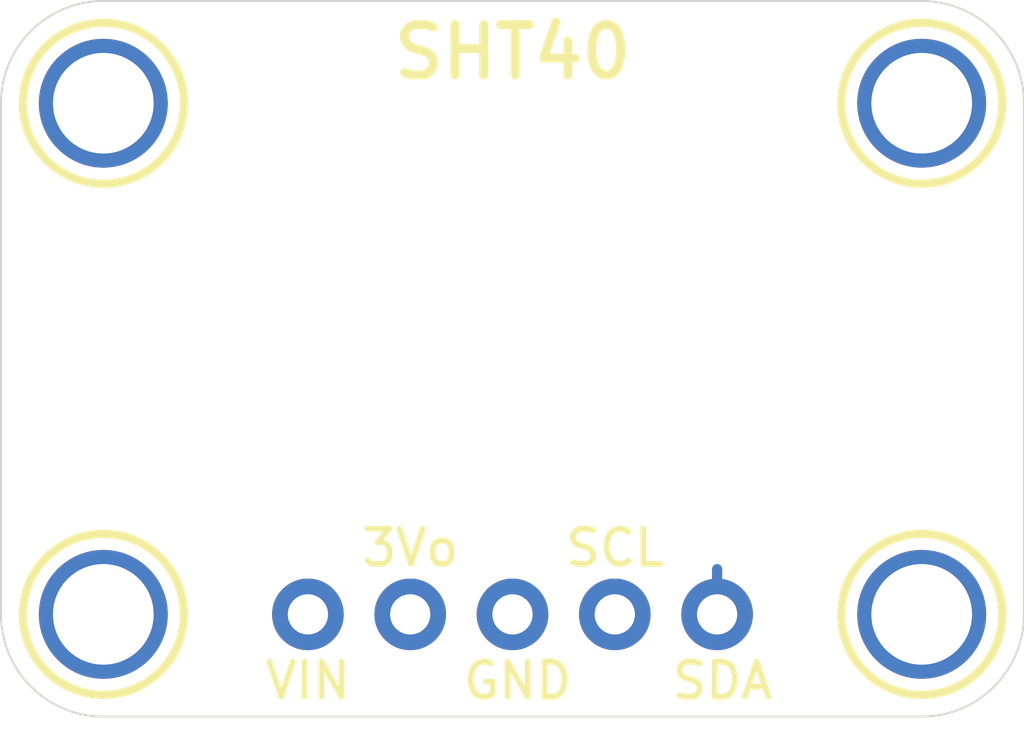
<source format=kicad_pcb>
(kicad_pcb (version 20241229) (generator "pcbnew") (generator_version "9.0")
  (layers (0 "F.Cu" signal) (2 "B.Cu" signal) (13 "F.Paste" user) (15 "B.Paste" user) (5 "F.SilkS" user "F.Silkscreen") (7 "B.SilkS" user "B.Silkscreen") (1 "F.Mask" user) (3 "B.Mask" user) (25 "Edge.Cuts" user))
  (net 0 "")
  (net 1 "GND")
  (net 2 "SDA")
  (net 3 "SCL")
  (net 4 "3.3V")
  (net 5 "VCC")
  (footprint "MOUNTINGHOLE_2.5_PLATED" (layer "F.Cu") (at 158.6611 98.6536)
    (property "Reference" "U$17" (hide yes))
    (property "Value" "MOUNTINGHOLE2.5" (hide yes))
    (fp_circle (center 0 0) (end 2 0) (stroke (width 0.2032)) (fill no) (layer "F.SilkS"))
    (pad "P$1" thru_hole circle (at 0 0) (size 3.2 3.2) (drill 2.5) (layers "*.Cu" "*.Mask"))
  )
  (footprint "MOUNTINGHOLE_2.5_PLATED" (layer "F.Cu") (at 138.3411 98.6536)
    (property "Reference" "U$1" (hide yes))
    (property "Value" "MOUNTINGHOLE2.5" (hide yes))
    (fp_circle (center 0 0) (end 2 0) (stroke (width 0.2032)) (fill no) (layer "F.SilkS"))
    (pad "P$1" thru_hole circle (at 0 0) (size 3.2 3.2) (drill 2.5) (layers "*.Cu" "*.Mask"))
  )
  (footprint "MOUNTINGHOLE_2.5_PLATED" (layer "F.Cu") (at 138.3411 111.3536)
    (property "Reference" "U$19" (hide yes))
    (property "Value" "MOUNTINGHOLE2.5" (hide yes))
    (fp_circle (center 0 0) (end 2 0) (stroke (width 0.2032)) (fill no) (layer "F.SilkS"))
    (pad "P$1" thru_hole circle (at 0 0) (size 3.2 3.2) (drill 2.5) (layers "*.Cu" "*.Mask"))
  )
  (footprint "MOUNTINGHOLE_2.5_PLATED" (layer "F.Cu") (at 158.6611 111.3536)
    (property "Reference" "U$21" (hide yes))
    (property "Value" "MOUNTINGHOLE2.5" (hide yes))
    (fp_circle (center 0 0) (end 2 0) (stroke (width 0.2032)) (fill no) (layer "F.SilkS"))
    (pad "P$1" thru_hole circle (at 0 0) (size 3.2 3.2) (drill 2.5) (layers "*.Cu" "*.Mask"))
  )
  (footprint "1X05_ROUND_70" (layer "F.Cu") (at 148.5011 111.3536)
    (property "Reference" "JP2" (hide yes))
    (property "Value" "")
    (pad "1" thru_hole circle (at -5.08 0 90) (size 1.778 1.778) (drill 1) (layers "*.Cu" "*.Mask") (net 5 "VCC"))
    (pad "2" thru_hole circle (at -2.54 0 90) (size 1.778 1.778) (drill 1) (layers "*.Cu" "*.Mask") (net 4 "3.3V"))
    (pad "3" thru_hole circle (at 0 0 90) (size 1.778 1.778) (drill 1) (layers "*.Cu" "*.Mask") (net 1 "GND"))
    (pad "4" thru_hole circle (at 2.54 0 90) (size 1.778 1.778) (drill 1) (layers "*.Cu" "*.Mask") (net 3 "SCL"))
    (pad "5" thru_hole circle (at 5.08 0 90) (size 1.778 1.778) (drill 1) (layers "*.Cu" "*.Mask") (net 2 "SDA"))
  )
  (gr_line (start 138.3411 113.8936) (end 158.6611 113.8936) (stroke (width 0.05)) (layer "Edge.Cuts"))
  (gr_arc (start 135.8011 98.6536) (mid 136.545049 96.857549) (end 138.3411 96.1136) (stroke (width 0.05)) (layer "Edge.Cuts"))
  (gr_line (start 158.6611 96.1136) (end 138.3411 96.1136) (stroke (width 0.05)) (layer "Edge.Cuts"))
  (gr_arc (start 158.6611 96.1136) (mid 160.457151 96.857549) (end 161.2011 98.6536) (stroke (width 0.05)) (layer "Edge.Cuts"))
  (gr_line (start 135.8011 98.6536) (end 135.8011 111.3536) (stroke (width 0.05)) (layer "Edge.Cuts"))
  (gr_line (start 161.2011 111.3536) (end 161.2011 98.6536) (stroke (width 0.05)) (layer "Edge.Cuts"))
  (gr_arc (start 138.3411 113.8936) (mid 136.545049 113.149651) (end 135.8011 111.3536) (stroke (width 0.05)) (layer "Edge.Cuts"))
  (gr_arc (start 161.2011 111.3536) (mid 160.457151 113.149651) (end 158.6611 113.8936) (stroke (width 0.05)) (layer "Edge.Cuts"))
  (gr_text "GND" (at 148.6281 113.0046 0) (layer "F.SilkS") (effects (font (size 0.87376 0.87376) (thickness 0.14224))))
  (gr_text "SHT40" (at 148.5011 97.3836 0) (layer "F.SilkS") (effects (font (size 1.25222 1.25222) (thickness 0.22098))))
  (gr_text "3Vo" (at 145.9611 109.7026 0) (layer "F.SilkS") (effects (font (size 0.87376 0.87376) (thickness 0.14224))))
  (gr_text "SCL" (at 151.0411 109.7026 0) (layer "F.SilkS") (effects (font (size 0.87376 0.87376) (thickness 0.14224))))
  (gr_text "VIN" (at 143.4211 113.0046 0) (layer "F.SilkS") (effects (font (size 0.87376 0.87376) (thickness 0.14224))))
  (gr_text "SDA" (at 153.7081 113.0046 0) (layer "F.SilkS") (effects (font (size 0.87376 0.87376) (thickness 0.14224))))
  (segment (start 153.5811 110.2296) (end 153.5811 111.3536) (width 0.254) (layer "B.Cu") (net 2))
  (segment (start 150.9141 111.2266) (end 151.0411 111.3536) (width 0.254) (layer "F.Cu") (net 3))
  (segment (start 146.0001 111.6466) (end 146.0001 111.3146) (width 0.254) (layer "F.Cu") (net 4))
  (segment (start 146.0001 111.3146) (end 145.9611 111.3536) (width 0.254) (layer "F.Cu") (net 4))
  (segment (start 145.876856 111.3536) (end 145.9611 111.3536) (width 0.4064) (layer "B.Cu") (net 4))
)
</source>
